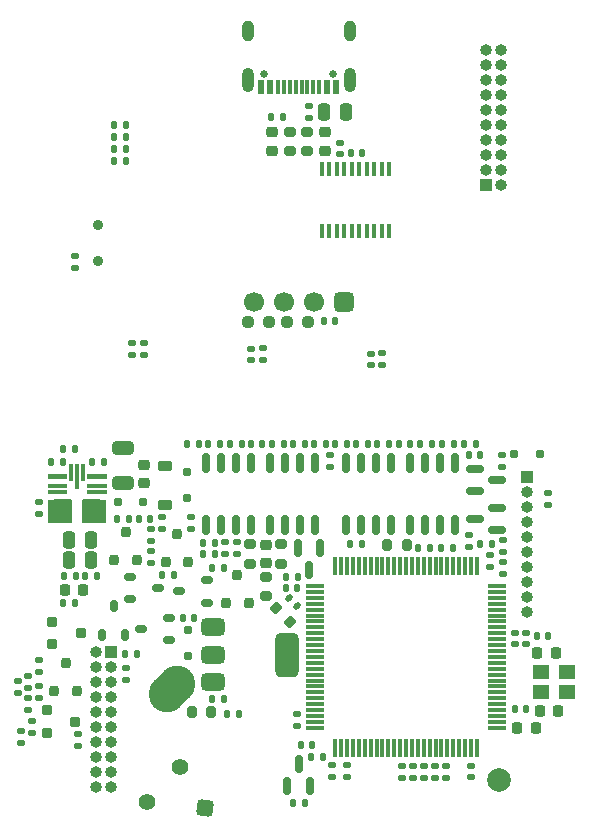
<source format=gbr>
%TF.GenerationSoftware,KiCad,Pcbnew,7.0.11*%
%TF.CreationDate,2025-06-24T23:57:38+09:00*%
%TF.ProjectId,2ndLayer_3rdLayer,326e644c-6179-4657-925f-3372644c6179,rev?*%
%TF.SameCoordinates,Original*%
%TF.FileFunction,Soldermask,Bot*%
%TF.FilePolarity,Negative*%
%FSLAX46Y46*%
G04 Gerber Fmt 4.6, Leading zero omitted, Abs format (unit mm)*
G04 Created by KiCad (PCBNEW 7.0.11) date 2025-06-24 23:57:38*
%MOMM*%
%LPD*%
G01*
G04 APERTURE LIST*
G04 Aperture macros list*
%AMRoundRect*
0 Rectangle with rounded corners*
0 $1 Rounding radius*
0 $2 $3 $4 $5 $6 $7 $8 $9 X,Y pos of 4 corners*
0 Add a 4 corners polygon primitive as box body*
4,1,4,$2,$3,$4,$5,$6,$7,$8,$9,$2,$3,0*
0 Add four circle primitives for the rounded corners*
1,1,$1+$1,$2,$3*
1,1,$1+$1,$4,$5*
1,1,$1+$1,$6,$7*
1,1,$1+$1,$8,$9*
0 Add four rect primitives between the rounded corners*
20,1,$1+$1,$2,$3,$4,$5,0*
20,1,$1+$1,$4,$5,$6,$7,0*
20,1,$1+$1,$6,$7,$8,$9,0*
20,1,$1+$1,$8,$9,$2,$3,0*%
%AMHorizOval*
0 Thick line with rounded ends*
0 $1 width*
0 $2 $3 position (X,Y) of the first rounded end (center of the circle)*
0 $4 $5 position (X,Y) of the second rounded end (center of the circle)*
0 Add line between two ends*
20,1,$1,$2,$3,$4,$5,0*
0 Add two circle primitives to create the rounded ends*
1,1,$1,$2,$3*
1,1,$1,$4,$5*%
G04 Aperture macros list end*
%ADD10C,0.900000*%
%ADD11HorizOval,3.100000X0.424264X0.424264X-0.424264X-0.424264X0*%
%ADD12RoundRect,0.350000X-0.308129X0.387371X-0.387371X-0.308129X0.308129X-0.387371X0.387371X0.308129X0*%
%ADD13C,1.400000*%
%ADD14C,2.000000*%
%ADD15RoundRect,0.425000X0.425000X0.425000X-0.425000X0.425000X-0.425000X-0.425000X0.425000X-0.425000X0*%
%ADD16C,1.700000*%
%ADD17R,1.000000X1.000000*%
%ADD18O,1.000000X1.000000*%
%ADD19RoundRect,0.135000X-0.135000X-0.185000X0.135000X-0.185000X0.135000X0.185000X-0.135000X0.185000X0*%
%ADD20RoundRect,0.375000X-0.625000X-0.375000X0.625000X-0.375000X0.625000X0.375000X-0.625000X0.375000X0*%
%ADD21RoundRect,0.500000X-0.500000X-1.400000X0.500000X-1.400000X0.500000X1.400000X-0.500000X1.400000X0*%
%ADD22RoundRect,0.140000X-0.140000X-0.170000X0.140000X-0.170000X0.140000X0.170000X-0.140000X0.170000X0*%
%ADD23RoundRect,0.135000X-0.185000X0.135000X-0.185000X-0.135000X0.185000X-0.135000X0.185000X0.135000X0*%
%ADD24RoundRect,0.225000X0.250000X-0.225000X0.250000X0.225000X-0.250000X0.225000X-0.250000X-0.225000X0*%
%ADD25RoundRect,0.135000X0.185000X-0.135000X0.185000X0.135000X-0.185000X0.135000X-0.185000X-0.135000X0*%
%ADD26RoundRect,0.200000X-0.250000X-0.200000X0.250000X-0.200000X0.250000X0.200000X-0.250000X0.200000X0*%
%ADD27RoundRect,0.150000X0.150000X-0.675000X0.150000X0.675000X-0.150000X0.675000X-0.150000X-0.675000X0*%
%ADD28RoundRect,0.135000X0.135000X0.185000X-0.135000X0.185000X-0.135000X-0.185000X0.135000X-0.185000X0*%
%ADD29RoundRect,0.200000X0.275000X-0.200000X0.275000X0.200000X-0.275000X0.200000X-0.275000X-0.200000X0*%
%ADD30RoundRect,0.237500X0.250000X0.237500X-0.250000X0.237500X-0.250000X-0.237500X0.250000X-0.237500X0*%
%ADD31RoundRect,0.150000X0.587500X0.150000X-0.587500X0.150000X-0.587500X-0.150000X0.587500X-0.150000X0*%
%ADD32RoundRect,0.250000X0.250000X0.475000X-0.250000X0.475000X-0.250000X-0.475000X0.250000X-0.475000X0*%
%ADD33RoundRect,0.140000X-0.170000X0.140000X-0.170000X-0.140000X0.170000X-0.140000X0.170000X0.140000X0*%
%ADD34RoundRect,0.175000X0.175000X-0.325000X0.175000X0.325000X-0.175000X0.325000X-0.175000X-0.325000X0*%
%ADD35RoundRect,0.225000X0.225000X0.250000X-0.225000X0.250000X-0.225000X-0.250000X0.225000X-0.250000X0*%
%ADD36O,1.000000X2.100000*%
%ADD37O,1.000000X1.800000*%
%ADD38R,0.600000X1.240000*%
%ADD39R,0.300000X1.240000*%
%ADD40C,0.650000*%
%ADD41RoundRect,0.140000X0.170000X-0.140000X0.170000X0.140000X-0.170000X0.140000X-0.170000X-0.140000X0*%
%ADD42RoundRect,0.175000X0.175000X0.175000X-0.175000X0.175000X-0.175000X-0.175000X0.175000X-0.175000X0*%
%ADD43RoundRect,0.200000X0.200000X-0.250000X0.200000X0.250000X-0.200000X0.250000X-0.200000X-0.250000X0*%
%ADD44RoundRect,0.175000X0.325000X0.175000X-0.325000X0.175000X-0.325000X-0.175000X0.325000X-0.175000X0*%
%ADD45RoundRect,0.225000X-0.250000X0.225000X-0.250000X-0.225000X0.250000X-0.225000X0.250000X0.225000X0*%
%ADD46RoundRect,0.200000X-0.335876X-0.053033X-0.053033X-0.335876X0.335876X0.053033X0.053033X0.335876X0*%
%ADD47RoundRect,0.075000X0.725000X0.075000X-0.725000X0.075000X-0.725000X-0.075000X0.725000X-0.075000X0*%
%ADD48RoundRect,0.075000X0.075000X0.725000X-0.075000X0.725000X-0.075000X-0.725000X0.075000X-0.725000X0*%
%ADD49RoundRect,0.140000X0.140000X0.170000X-0.140000X0.170000X-0.140000X-0.170000X0.140000X-0.170000X0*%
%ADD50RoundRect,0.200000X-0.200000X-0.275000X0.200000X-0.275000X0.200000X0.275000X-0.200000X0.275000X0*%
%ADD51RoundRect,0.140000X0.219203X0.021213X0.021213X0.219203X-0.219203X-0.021213X-0.021213X-0.219203X0*%
%ADD52RoundRect,0.175000X-0.175000X0.175000X-0.175000X-0.175000X0.175000X-0.175000X0.175000X0.175000X0*%
%ADD53RoundRect,0.175000X-0.325000X-0.175000X0.325000X-0.175000X0.325000X0.175000X-0.325000X0.175000X0*%
%ADD54R,0.400000X1.200000*%
%ADD55RoundRect,0.225000X-0.375000X0.225000X-0.375000X-0.225000X0.375000X-0.225000X0.375000X0.225000X0*%
%ADD56RoundRect,0.200000X0.200000X0.275000X-0.200000X0.275000X-0.200000X-0.275000X0.200000X-0.275000X0*%
%ADD57RoundRect,0.150000X-0.587500X-0.150000X0.587500X-0.150000X0.587500X0.150000X-0.587500X0.150000X0*%
%ADD58RoundRect,0.150000X-0.150000X0.587500X-0.150000X-0.587500X0.150000X-0.587500X0.150000X0.587500X0*%
%ADD59RoundRect,0.225000X-0.225000X-0.250000X0.225000X-0.250000X0.225000X0.250000X-0.225000X0.250000X0*%
%ADD60RoundRect,0.175000X0.175000X-0.175000X0.175000X0.175000X-0.175000X0.175000X-0.175000X-0.175000X0*%
%ADD61R,1.400000X1.200000*%
%ADD62RoundRect,0.200000X-0.275000X0.200000X-0.275000X-0.200000X0.275000X-0.200000X0.275000X0.200000X0*%
%ADD63RoundRect,0.150000X0.150000X-0.587500X0.150000X0.587500X-0.150000X0.587500X-0.150000X-0.587500X0*%
%ADD64RoundRect,0.250000X0.650000X-0.325000X0.650000X0.325000X-0.650000X0.325000X-0.650000X-0.325000X0*%
%ADD65RoundRect,0.218750X-0.256250X0.218750X-0.256250X-0.218750X0.256250X-0.218750X0.256250X0.218750X0*%
G04 APERTURE END LIST*
%TO.C,U1*%
G36*
X123800000Y-108125000D02*
G01*
X122150000Y-108125000D01*
X122150000Y-107825000D01*
X123800000Y-107825000D01*
X123800000Y-108125000D01*
G37*
G36*
X123800000Y-107625000D02*
G01*
X122150000Y-107625000D01*
X122150000Y-107325000D01*
X123800000Y-107325000D01*
X123800000Y-107625000D01*
G37*
G36*
X123800000Y-106925000D02*
G01*
X122150000Y-106925000D01*
X122150000Y-106425000D01*
X123800000Y-106425000D01*
X123800000Y-106925000D01*
G37*
G36*
X121950000Y-107025000D02*
G01*
X121650000Y-107025000D01*
X121650000Y-105625000D01*
X121950000Y-105625000D01*
X121950000Y-107025000D01*
G37*
G36*
X120950000Y-107025000D02*
G01*
X120650000Y-107025000D01*
X120650000Y-105625000D01*
X120950000Y-105625000D01*
X120950000Y-107025000D01*
G37*
G36*
X120450000Y-108125000D02*
G01*
X118800000Y-108125000D01*
X118800000Y-107825000D01*
X120450000Y-107825000D01*
X120450000Y-108125000D01*
G37*
G36*
X120450000Y-107625000D02*
G01*
X118800000Y-107625000D01*
X118800000Y-107325000D01*
X120450000Y-107325000D01*
X120450000Y-107625000D01*
G37*
G36*
X120450000Y-106925000D02*
G01*
X118800000Y-106925000D01*
X118800000Y-106425000D01*
X120450000Y-106425000D01*
X120450000Y-106925000D01*
G37*
G36*
X121450000Y-107650501D02*
G01*
X121400000Y-107700501D01*
X121200000Y-107700501D01*
X121150000Y-107650501D01*
X121150000Y-105625000D01*
X121450000Y-105625000D01*
X121450000Y-107650501D01*
G37*
G36*
X123724996Y-108649973D02*
G01*
X123725001Y-110600000D01*
X122824998Y-110650000D01*
X121799996Y-110650000D01*
X121749997Y-110599997D01*
X121749999Y-108650001D01*
X121799999Y-108600011D01*
X122825001Y-108600001D01*
X123724996Y-108649973D01*
G37*
G36*
X120850001Y-108650001D02*
G01*
X120850006Y-110600025D01*
X120800003Y-110650028D01*
X119775001Y-110650028D01*
X118875002Y-110600025D01*
X118875004Y-108650029D01*
X119775004Y-108600039D01*
X120800006Y-108600029D01*
X120850001Y-108650001D01*
G37*
%TD*%
D10*
%TO.C,SW11*%
X123100000Y-85400001D03*
X123100000Y-88400001D03*
%TD*%
D11*
%TO.C,U2*%
X129325000Y-124700000D03*
%TD*%
D12*
%TO.C,SW1*%
X132152804Y-134772723D03*
D13*
X130031125Y-131310285D03*
X127184945Y-134206707D03*
%TD*%
D14*
%TO.C,TP1*%
X157050000Y-132350000D03*
%TD*%
D15*
%TO.C,U9*%
X143860000Y-91884999D03*
D16*
X141320000Y-91884999D03*
X138780000Y-91884999D03*
X136240000Y-91884999D03*
%TD*%
D17*
%TO.C,J2*%
X124150000Y-121520000D03*
D18*
X122880000Y-121520000D03*
X124150000Y-122790000D03*
X122880000Y-122790000D03*
X124150000Y-124060000D03*
X122880000Y-124060000D03*
X124150000Y-125330000D03*
X122880000Y-125330000D03*
X124150000Y-126600000D03*
X122880000Y-126600000D03*
X124150000Y-127870000D03*
X122880000Y-127870000D03*
X124150000Y-129140000D03*
X122880000Y-129140000D03*
X124150000Y-130410000D03*
X122880000Y-130410000D03*
X124150000Y-131680000D03*
X122880000Y-131680000D03*
X124150000Y-132950000D03*
X122880000Y-132950000D03*
%TD*%
D19*
%TO.C,R56*%
X132415000Y-103950000D03*
X133435000Y-103950000D03*
%TD*%
D20*
%TO.C,U7*%
X132800000Y-124050000D03*
X132800000Y-121750000D03*
D21*
X139100000Y-121750000D03*
D20*
X132800000Y-119450000D03*
%TD*%
D22*
%TO.C,C11*%
X154490000Y-104890000D03*
X155450000Y-104890000D03*
%TD*%
D23*
%TO.C,R16*%
X147150000Y-96240000D03*
X147150000Y-97260000D03*
%TD*%
D24*
%TO.C,C22*%
X137280000Y-114025000D03*
X137280000Y-112475000D03*
%TD*%
D25*
%TO.C,R59*%
X151590000Y-132190000D03*
X151590000Y-131170000D03*
%TD*%
D26*
%TO.C,Q2*%
X118740000Y-128371662D03*
X118740000Y-126471662D03*
X121140000Y-127421662D03*
%TD*%
D23*
%TO.C,R57*%
X156225000Y-113330000D03*
X156225000Y-114350000D03*
%TD*%
D19*
%TO.C,R45*%
X146715000Y-103950000D03*
X147735000Y-103950000D03*
%TD*%
D23*
%TO.C,R10*%
X117180000Y-125440000D03*
X117180000Y-126460000D03*
%TD*%
D27*
%TO.C,U3*%
X153255000Y-110775000D03*
X151985000Y-110775000D03*
X150715000Y-110775000D03*
X149445000Y-110775000D03*
X149445000Y-105525000D03*
X150715000Y-105525000D03*
X151985000Y-105525000D03*
X153255000Y-105525000D03*
%TD*%
D28*
%TO.C,R27*%
X133710000Y-114450000D03*
X132690000Y-114450000D03*
%TD*%
D29*
%TO.C,R77*%
X139300000Y-79150000D03*
X139300000Y-77500000D03*
%TD*%
D19*
%TO.C,R47*%
X144915000Y-103950000D03*
X145935000Y-103950000D03*
%TD*%
D30*
%TO.C,R75*%
X137562500Y-93590000D03*
X135737500Y-93590000D03*
%TD*%
D31*
%TO.C,Q15*%
X156862500Y-109325000D03*
X156862500Y-111225000D03*
X154987500Y-110275000D03*
%TD*%
D23*
%TO.C,R15*%
X118090000Y-122245000D03*
X118090000Y-123265000D03*
%TD*%
D19*
%TO.C,R44*%
X143115000Y-103950000D03*
X144135000Y-103950000D03*
%TD*%
%TO.C,R52*%
X141340000Y-103950000D03*
X142360000Y-103950000D03*
%TD*%
D32*
%TO.C,C32*%
X122515000Y-113735000D03*
X120615000Y-113735000D03*
%TD*%
D23*
%TO.C,R26*%
X130975000Y-110090000D03*
X130975000Y-111110000D03*
%TD*%
D33*
%TO.C,C1*%
X154620000Y-131200000D03*
X154620000Y-132160000D03*
%TD*%
D34*
%TO.C,Q1*%
X125350000Y-120075000D03*
X123450000Y-120075000D03*
X124400000Y-117675000D03*
%TD*%
D35*
%TO.C,C4*%
X161825000Y-121600000D03*
X160275000Y-121600000D03*
%TD*%
D19*
%TO.C,R2*%
X152100000Y-112720000D03*
X153120000Y-112720000D03*
%TD*%
D36*
%TO.C,J4*%
X144370000Y-73125000D03*
D37*
X144370000Y-68925000D03*
D36*
X135730000Y-73125000D03*
D37*
X135730000Y-68925000D03*
D38*
X136850000Y-73725000D03*
X137650000Y-73725000D03*
D39*
X138300000Y-73725000D03*
X139300000Y-73725000D03*
X140800000Y-73725000D03*
X141800000Y-73725000D03*
D38*
X142450000Y-73725000D03*
X143250000Y-73725000D03*
X143250000Y-73725000D03*
X142450000Y-73725000D03*
D39*
X141300000Y-73725000D03*
X140300000Y-73725000D03*
X139800000Y-73725000D03*
X138800000Y-73725000D03*
D38*
X137650000Y-73725000D03*
X136850000Y-73725000D03*
D40*
X142940000Y-72605000D03*
X137160000Y-72605000D03*
%TD*%
D33*
%TO.C,C6*%
X142864999Y-131120000D03*
X142864999Y-132080000D03*
%TD*%
D41*
%TO.C,C20*%
X142750000Y-105855000D03*
X142750000Y-104895000D03*
%TD*%
D42*
%TO.C,D1*%
X160475000Y-104775000D03*
X158325000Y-104775000D03*
%TD*%
D28*
%TO.C,R23*%
X125685000Y-110250000D03*
X124665000Y-110250000D03*
%TD*%
D43*
%TO.C,Q4*%
X121275000Y-124875000D03*
X119375000Y-124875000D03*
X120325000Y-122475000D03*
%TD*%
D25*
%TO.C,R78*%
X140950000Y-76335000D03*
X140950000Y-75315000D03*
%TD*%
D44*
%TO.C,Q3*%
X129120000Y-118625000D03*
X129120000Y-120525000D03*
X126720000Y-119575000D03*
%TD*%
D45*
%TO.C,C38*%
X137800000Y-77550000D03*
X137800000Y-79100000D03*
%TD*%
D28*
%TO.C,R25*%
X132960000Y-113200000D03*
X131940000Y-113200000D03*
%TD*%
%TO.C,R67*%
X140610000Y-134354882D03*
X139590000Y-134354882D03*
%TD*%
D19*
%TO.C,R79*%
X137690000Y-76274999D03*
X138710000Y-76274999D03*
%TD*%
D33*
%TO.C,C41*%
X154440000Y-111650000D03*
X154440000Y-112610000D03*
%TD*%
D23*
%TO.C,R50*%
X134800000Y-112230000D03*
X134800000Y-113250000D03*
%TD*%
D46*
%TO.C,R32*%
X138156637Y-117846637D03*
X139323363Y-119013363D03*
%TD*%
D47*
%TO.C,U8*%
X156825000Y-115950000D03*
X156825000Y-116450000D03*
X156825000Y-116950000D03*
X156825000Y-117450000D03*
X156825000Y-117950000D03*
X156825000Y-118450000D03*
X156825000Y-118950000D03*
X156825000Y-119450000D03*
X156825000Y-119950000D03*
X156825000Y-120450000D03*
X156825000Y-120950000D03*
X156825000Y-121450000D03*
X156825000Y-121950000D03*
X156825000Y-122450000D03*
X156825000Y-122950000D03*
X156825000Y-123450000D03*
X156825000Y-123950000D03*
X156825000Y-124450000D03*
X156825000Y-124950000D03*
X156825000Y-125450000D03*
X156825000Y-125950000D03*
X156825000Y-126450000D03*
X156825000Y-126950000D03*
X156825000Y-127450000D03*
X156825000Y-127950000D03*
D48*
X155150000Y-129625000D03*
X154650000Y-129625000D03*
X154150000Y-129625000D03*
X153650000Y-129625000D03*
X153150000Y-129625000D03*
X152650000Y-129625000D03*
X152150000Y-129625000D03*
X151650000Y-129625000D03*
X151150000Y-129625000D03*
X150650000Y-129625000D03*
X150150000Y-129625000D03*
X149650000Y-129625000D03*
X149150000Y-129625000D03*
X148650000Y-129625000D03*
X148150000Y-129625000D03*
X147650000Y-129625000D03*
X147150000Y-129625000D03*
X146650000Y-129625000D03*
X146150000Y-129625000D03*
X145650000Y-129625000D03*
X145150000Y-129625000D03*
X144650000Y-129625000D03*
X144150000Y-129625000D03*
X143650000Y-129625000D03*
X143150000Y-129625000D03*
D47*
X141475000Y-127950000D03*
X141475000Y-127450000D03*
X141475000Y-126950000D03*
X141475000Y-126450000D03*
X141475000Y-125950000D03*
X141475000Y-125450000D03*
X141475000Y-124950000D03*
X141475000Y-124450000D03*
X141475000Y-123950000D03*
X141475000Y-123450000D03*
X141475000Y-122950000D03*
X141475000Y-122450000D03*
X141475000Y-121950000D03*
X141475000Y-121450000D03*
X141475000Y-120950000D03*
X141475000Y-120450000D03*
X141475000Y-119950000D03*
X141475000Y-119450000D03*
X141475000Y-118950000D03*
X141475000Y-118450000D03*
X141475000Y-117950000D03*
X141475000Y-117450000D03*
X141475000Y-116950000D03*
X141475000Y-116450000D03*
X141475000Y-115950000D03*
D48*
X143150000Y-114275000D03*
X143650000Y-114275000D03*
X144150000Y-114275000D03*
X144650000Y-114275000D03*
X145150000Y-114275000D03*
X145650000Y-114275000D03*
X146150000Y-114275000D03*
X146650000Y-114275000D03*
X147150000Y-114275000D03*
X147650000Y-114275000D03*
X148150000Y-114275000D03*
X148650000Y-114275000D03*
X149150000Y-114275000D03*
X149650000Y-114275000D03*
X150150000Y-114275000D03*
X150650000Y-114275000D03*
X151150000Y-114275000D03*
X151650000Y-114275000D03*
X152150000Y-114275000D03*
X152650000Y-114275000D03*
X153150000Y-114275000D03*
X153650000Y-114275000D03*
X154150000Y-114275000D03*
X154650000Y-114275000D03*
X155150000Y-114275000D03*
%TD*%
D28*
%TO.C,R3*%
X121135000Y-117375000D03*
X120115000Y-117375000D03*
%TD*%
D19*
%TO.C,R14*%
X124440001Y-76950000D03*
X125460001Y-76950000D03*
%TD*%
D49*
%TO.C,C29*%
X134980000Y-126800000D03*
X134020000Y-126800000D03*
%TD*%
D50*
%TO.C,R41*%
X131005000Y-126640000D03*
X132655000Y-126640000D03*
%TD*%
D19*
%TO.C,R53*%
X130615000Y-103950000D03*
X131635000Y-103950000D03*
%TD*%
D25*
%TO.C,R62*%
X149720000Y-132190000D03*
X149720000Y-131170000D03*
%TD*%
D23*
%TO.C,R19*%
X137050000Y-95820000D03*
X137050000Y-96840000D03*
%TD*%
D51*
%TO.C,C31*%
X139939411Y-117664411D03*
X139260589Y-116985589D03*
%TD*%
D52*
%TO.C,D6*%
X130700000Y-119695000D03*
X130700000Y-121845000D03*
%TD*%
D23*
%TO.C,R28*%
X128525000Y-110140000D03*
X128525000Y-111160000D03*
%TD*%
D49*
%TO.C,C28*%
X141230000Y-129400000D03*
X140270000Y-129400000D03*
%TD*%
D53*
%TO.C,Q17*%
X125750000Y-117075000D03*
X125750000Y-115175000D03*
X128150000Y-116125000D03*
%TD*%
D44*
%TO.C,Q11*%
X132300000Y-115450000D03*
X132300000Y-117350000D03*
X129900000Y-116400000D03*
%TD*%
D19*
%TO.C,R46*%
X152215000Y-103950000D03*
X153235000Y-103950000D03*
%TD*%
D43*
%TO.C,Q12*%
X130710000Y-113950000D03*
X128810000Y-113950000D03*
X129760000Y-111550000D03*
%TD*%
D23*
%TO.C,R61*%
X152520000Y-131170000D03*
X152520000Y-132190000D03*
%TD*%
D49*
%TO.C,C15*%
X127505000Y-110250000D03*
X126545000Y-110250000D03*
%TD*%
D25*
%TO.C,R63*%
X148790000Y-132190000D03*
X148790000Y-131170000D03*
%TD*%
D54*
%TO.C,U10*%
X147707500Y-85879999D03*
X147072500Y-85879999D03*
X146437500Y-85879999D03*
X145802500Y-85879999D03*
X145167500Y-85879999D03*
X144532500Y-85879999D03*
X143897500Y-85879999D03*
X143262500Y-85879999D03*
X142627500Y-85879999D03*
X141992500Y-85879999D03*
X141992500Y-80679999D03*
X142627500Y-80679999D03*
X143262500Y-80679999D03*
X143897500Y-80679999D03*
X144532500Y-80679999D03*
X145167500Y-80679999D03*
X145802500Y-80679999D03*
X146437500Y-80679999D03*
X147072500Y-80679999D03*
X147707500Y-80679999D03*
%TD*%
D55*
%TO.C,D5*%
X128700000Y-105775000D03*
X128700000Y-109075000D03*
%TD*%
D19*
%TO.C,R12*%
X124440000Y-78950000D03*
X125460000Y-78950000D03*
%TD*%
D33*
%TO.C,C33*%
X118050000Y-108870000D03*
X118050000Y-109830000D03*
%TD*%
D28*
%TO.C,R72*%
X121101666Y-104325001D03*
X120081666Y-104325001D03*
%TD*%
D49*
%TO.C,C7*%
X139955000Y-116075000D03*
X138995000Y-116075000D03*
%TD*%
D56*
%TO.C,R4*%
X149225000Y-112510000D03*
X147575000Y-112510000D03*
%TD*%
D25*
%TO.C,R17*%
X116280000Y-125010000D03*
X116280000Y-123990000D03*
%TD*%
%TO.C,R29*%
X125450000Y-123910000D03*
X125450000Y-122890000D03*
%TD*%
D26*
%TO.C,Q18*%
X119200000Y-120880000D03*
X119200000Y-118980000D03*
X121600000Y-119930000D03*
%TD*%
D17*
%TO.C,J3*%
X155949905Y-81980033D03*
D18*
X157219905Y-81980033D03*
X155949905Y-80710033D03*
X157219905Y-80710033D03*
X155949905Y-79440033D03*
X157219905Y-79440033D03*
X155949905Y-78170033D03*
X157219905Y-78170033D03*
X155949905Y-76900033D03*
X157219905Y-76900033D03*
X155949905Y-75630033D03*
X157219905Y-75630033D03*
X155949905Y-74360033D03*
X157219905Y-74360033D03*
X155949905Y-73090033D03*
X157219905Y-73090033D03*
X155949905Y-71820033D03*
X157219905Y-71820033D03*
X155949905Y-70550033D03*
X157219905Y-70550033D03*
%TD*%
D22*
%TO.C,C35*%
X142170000Y-93550000D03*
X143130000Y-93550000D03*
%TD*%
D19*
%TO.C,R13*%
X124440000Y-77950000D03*
X125460000Y-77950000D03*
%TD*%
%TO.C,R55*%
X139565000Y-103950000D03*
X140585000Y-103950000D03*
%TD*%
D23*
%TO.C,R37*%
X139925000Y-126820000D03*
X139925000Y-127840000D03*
%TD*%
%TO.C,R24*%
X116520000Y-128250000D03*
X116520000Y-129270000D03*
%TD*%
D57*
%TO.C,Q13*%
X155002500Y-107925000D03*
X155002500Y-106025000D03*
X156877500Y-106975000D03*
%TD*%
D30*
%TO.C,R74*%
X140862500Y-93590000D03*
X139037500Y-93590000D03*
%TD*%
D41*
%TO.C,C34*%
X125950000Y-96350000D03*
X125950000Y-95390000D03*
%TD*%
D25*
%TO.C,R34*%
X117180000Y-124560000D03*
X117180000Y-123540000D03*
%TD*%
D58*
%TO.C,Q14*%
X140000000Y-112737500D03*
X141900000Y-112737500D03*
X140950000Y-114612500D03*
%TD*%
D22*
%TO.C,C2*%
X160245000Y-120150000D03*
X161205000Y-120150000D03*
%TD*%
D33*
%TO.C,C40*%
X143560000Y-78420000D03*
X143560000Y-79380000D03*
%TD*%
D19*
%TO.C,R42*%
X150340000Y-103950000D03*
X151360000Y-103950000D03*
%TD*%
D32*
%TO.C,C37*%
X144075000Y-75850000D03*
X142175000Y-75850000D03*
%TD*%
D23*
%TO.C,R64*%
X157325000Y-112065000D03*
X157325000Y-113085000D03*
%TD*%
D22*
%TO.C,C36*%
X144500000Y-79320001D03*
X145460000Y-79320001D03*
%TD*%
D29*
%TO.C,R48*%
X138600000Y-114075000D03*
X138600000Y-112425000D03*
%TD*%
D23*
%TO.C,R73*%
X126950000Y-95360000D03*
X126950000Y-96380000D03*
%TD*%
%TO.C,R21*%
X127575000Y-111115000D03*
X127575000Y-112135000D03*
%TD*%
D25*
%TO.C,R80*%
X121100000Y-89010000D03*
X121100000Y-87990000D03*
%TD*%
%TO.C,R5*%
X157300000Y-105870000D03*
X157300000Y-104850000D03*
%TD*%
%TO.C,R11*%
X121366000Y-129478000D03*
X121366000Y-128458000D03*
%TD*%
D28*
%TO.C,R8*%
X122985000Y-115125000D03*
X121965000Y-115125000D03*
%TD*%
D19*
%TO.C,R43*%
X154090000Y-103950000D03*
X155110000Y-103950000D03*
%TD*%
D45*
%TO.C,C39*%
X142300000Y-77550000D03*
X142300000Y-79100000D03*
%TD*%
D49*
%TO.C,C23*%
X136980000Y-103950000D03*
X136020000Y-103950000D03*
%TD*%
D23*
%TO.C,R1*%
X161175000Y-108040000D03*
X161175000Y-109060000D03*
%TD*%
D59*
%TO.C,C25*%
X158575000Y-128000000D03*
X160125000Y-128000000D03*
%TD*%
D32*
%TO.C,C10*%
X122515000Y-112035000D03*
X120615000Y-112035000D03*
%TD*%
D28*
%TO.C,R69*%
X120101667Y-105425001D03*
X119081667Y-105425001D03*
%TD*%
D19*
%TO.C,R51*%
X137765000Y-103950000D03*
X138785000Y-103950000D03*
%TD*%
D59*
%TO.C,C13*%
X120275000Y-116250000D03*
X121825000Y-116250000D03*
%TD*%
D22*
%TO.C,C16*%
X130240000Y-118640000D03*
X131200000Y-118640000D03*
%TD*%
D49*
%TO.C,C18*%
X149480000Y-103950000D03*
X148520000Y-103950000D03*
%TD*%
D19*
%TO.C,R65*%
X150180000Y-112720000D03*
X151200000Y-112720000D03*
%TD*%
%TO.C,R7*%
X124440000Y-79950000D03*
X125460000Y-79950000D03*
%TD*%
D23*
%TO.C,R22*%
X127575000Y-112965000D03*
X127575000Y-113985000D03*
%TD*%
D19*
%TO.C,R20*%
X131940000Y-112275000D03*
X132960000Y-112275000D03*
%TD*%
D23*
%TO.C,R58*%
X157325000Y-113890000D03*
X157325000Y-114910000D03*
%TD*%
D29*
%TO.C,R76*%
X140800000Y-79150000D03*
X140800000Y-77500000D03*
%TD*%
D60*
%TO.C,D4*%
X130575000Y-108475000D03*
X130575000Y-106325000D03*
%TD*%
D27*
%TO.C,U6*%
X136055000Y-110775000D03*
X134785000Y-110775000D03*
X133515000Y-110775000D03*
X132245000Y-110775000D03*
X132245000Y-105525000D03*
X133515000Y-105525000D03*
X134785000Y-105525000D03*
X136055000Y-105525000D03*
%TD*%
D49*
%TO.C,C17*%
X133710000Y-125520000D03*
X132750000Y-125520000D03*
%TD*%
D28*
%TO.C,R49*%
X139970000Y-115175000D03*
X138950000Y-115175000D03*
%TD*%
D33*
%TO.C,C3*%
X159300000Y-119895000D03*
X159300000Y-120855000D03*
%TD*%
D23*
%TO.C,R35*%
X117510000Y-127360000D03*
X117510000Y-128380000D03*
%TD*%
D61*
%TO.C,Y1*%
X160550000Y-123200000D03*
X162750000Y-123200000D03*
X162750000Y-124900000D03*
X160550000Y-124900000D03*
%TD*%
D62*
%TO.C,R31*%
X137275000Y-115150000D03*
X137275000Y-116800000D03*
%TD*%
D25*
%TO.C,R60*%
X150650000Y-132190000D03*
X150650000Y-131170000D03*
%TD*%
D19*
%TO.C,R68*%
X155390000Y-112400000D03*
X156410000Y-112400000D03*
%TD*%
D63*
%TO.C,Q16*%
X141000000Y-132862500D03*
X139100000Y-132862500D03*
X140050000Y-130987500D03*
%TD*%
D28*
%TO.C,R36*%
X145390000Y-112380000D03*
X144370000Y-112380000D03*
%TD*%
D22*
%TO.C,C27*%
X158345000Y-126350000D03*
X159305000Y-126350000D03*
%TD*%
D64*
%TO.C,C9*%
X125150000Y-107225000D03*
X125150000Y-104275000D03*
%TD*%
D35*
%TO.C,C5*%
X162025000Y-126500000D03*
X160475000Y-126500000D03*
%TD*%
D62*
%TO.C,R30*%
X135950000Y-112425000D03*
X135950000Y-114075000D03*
%TD*%
D43*
%TO.C,Q10*%
X135812500Y-117425000D03*
X133912500Y-117425000D03*
X134862500Y-115025000D03*
%TD*%
D28*
%TO.C,R38*%
X142110000Y-130425000D03*
X141090000Y-130425000D03*
%TD*%
D33*
%TO.C,C30*%
X144165000Y-131120000D03*
X144165000Y-132080000D03*
%TD*%
D41*
%TO.C,C14*%
X136049999Y-96810000D03*
X136049999Y-95850000D03*
%TD*%
D28*
%TO.C,R6*%
X126335000Y-121725000D03*
X125315000Y-121725000D03*
%TD*%
D43*
%TO.C,Q8*%
X126350000Y-113750000D03*
X124450000Y-113750000D03*
X125400000Y-111350000D03*
%TD*%
D27*
%TO.C,U4*%
X147855000Y-110775000D03*
X146585000Y-110775000D03*
X145315000Y-110775000D03*
X144045000Y-110775000D03*
X144045000Y-105525000D03*
X145315000Y-105525000D03*
X146585000Y-105525000D03*
X147855000Y-105525000D03*
%TD*%
D41*
%TO.C,C8*%
X158350000Y-120855000D03*
X158350000Y-119895000D03*
%TD*%
D23*
%TO.C,R33*%
X118090000Y-124415000D03*
X118090000Y-125435000D03*
%TD*%
D28*
%TO.C,R9*%
X121185000Y-115125000D03*
X120165000Y-115125000D03*
%TD*%
D19*
%TO.C,R70*%
X122581667Y-105425001D03*
X123601667Y-105425001D03*
%TD*%
D42*
%TO.C,D17*%
X126900000Y-108875000D03*
X124750000Y-108875000D03*
%TD*%
D65*
%TO.C,L1*%
X126950000Y-105662500D03*
X126950000Y-107237500D03*
%TD*%
D19*
%TO.C,R54*%
X134215000Y-103950000D03*
X135235000Y-103950000D03*
%TD*%
D28*
%TO.C,R71*%
X129535000Y-115050000D03*
X128515000Y-115050000D03*
%TD*%
D17*
%TO.C,J1*%
X159375000Y-106735000D03*
D18*
X159375000Y-108005000D03*
X159375000Y-109275000D03*
X159375000Y-110545000D03*
X159375000Y-111815000D03*
X159375000Y-113085000D03*
X159375000Y-114355000D03*
X159375000Y-115625000D03*
X159375000Y-116895000D03*
X159375000Y-118165000D03*
%TD*%
D27*
%TO.C,U5*%
X141455000Y-110775000D03*
X140185000Y-110775000D03*
X138915000Y-110775000D03*
X137645000Y-110775000D03*
X137645000Y-105525000D03*
X138915000Y-105525000D03*
X140185000Y-105525000D03*
X141455000Y-105525000D03*
%TD*%
D23*
%TO.C,R18*%
X133850000Y-112230000D03*
X133850000Y-113250000D03*
%TD*%
D41*
%TO.C,C12*%
X146150000Y-97230000D03*
X146150000Y-96270000D03*
%TD*%
M02*

</source>
